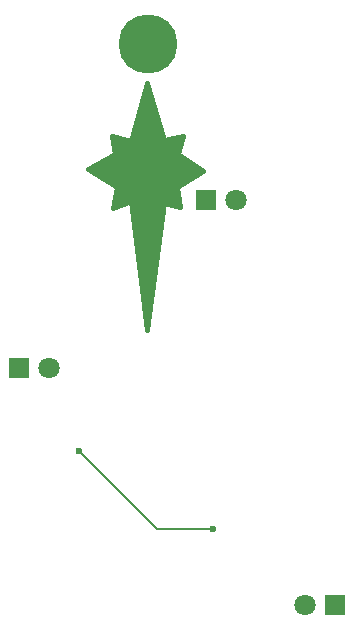
<source format=gbr>
%TF.GenerationSoftware,KiCad,Pcbnew,8.0.4*%
%TF.CreationDate,2024-12-02T20:50:40-07:00*%
%TF.ProjectId,tree,74726565-2e6b-4696-9361-645f70636258,rev?*%
%TF.SameCoordinates,Original*%
%TF.FileFunction,Copper,L1,Top*%
%TF.FilePolarity,Positive*%
%FSLAX46Y46*%
G04 Gerber Fmt 4.6, Leading zero omitted, Abs format (unit mm)*
G04 Created by KiCad (PCBNEW 8.0.4) date 2024-12-02 20:50:40*
%MOMM*%
%LPD*%
G01*
G04 APERTURE LIST*
%TA.AperFunction,Conductor*%
%ADD10C,0.390000*%
%TD*%
%TA.AperFunction,ComponentPad*%
%ADD11C,5.000000*%
%TD*%
%TA.AperFunction,ComponentPad*%
%ADD12R,1.800000X1.800000*%
%TD*%
%TA.AperFunction,ComponentPad*%
%ADD13C,1.800000*%
%TD*%
%TA.AperFunction,ViaPad*%
%ADD14C,0.600000*%
%TD*%
%TA.AperFunction,Conductor*%
%ADD15C,0.200000*%
%TD*%
G04 APERTURE END LIST*
D10*
%TO.N,GND*%
X147412556Y-68094730D02*
X149012556Y-67794730D01*
X148624263Y-69279155D01*
X150712556Y-70694730D01*
X148490628Y-72057746D01*
X148812556Y-73794730D01*
X147390696Y-73397506D01*
X146027679Y-84157005D01*
X144651328Y-73291311D01*
X143112556Y-73894730D01*
X143427682Y-72040380D01*
X141012556Y-70594730D01*
X143294047Y-69296518D01*
X143012556Y-67794730D01*
X144629470Y-68200924D01*
X146012556Y-63294730D01*
X147412556Y-68094730D01*
%TA.AperFunction,Conductor*%
G36*
X147412556Y-68094730D02*
G01*
X149012556Y-67794730D01*
X148624263Y-69279155D01*
X150712556Y-70694730D01*
X148490628Y-72057746D01*
X148812556Y-73794730D01*
X147390696Y-73397506D01*
X146027679Y-84157005D01*
X144651328Y-73291311D01*
X143112556Y-73894730D01*
X143427682Y-72040380D01*
X141012556Y-70594730D01*
X143294047Y-69296518D01*
X143012556Y-67794730D01*
X144629470Y-68200924D01*
X146012556Y-63294730D01*
X147412556Y-68094730D01*
G37*
%TD.AperFunction*%
%TD*%
D11*
%TO.P,,-,GND*%
%TO.N,GND*%
X146100000Y-60000000D03*
%TD*%
D12*
%TO.P,D3,1,K*%
%TO.N,Net-(D3-K)*%
X151000000Y-73200000D03*
D13*
%TO.P,D3,2,A*%
%TO.N,Net-(BT1-+)*%
X153540000Y-73200000D03*
%TD*%
D12*
%TO.P,D2,1,K*%
%TO.N,Net-(D2-K)*%
X135160000Y-87400000D03*
D13*
%TO.P,D2,2,A*%
%TO.N,Net-(BT1-+)*%
X137700000Y-87400000D03*
%TD*%
D12*
%TO.P,D1,1,K*%
%TO.N,Net-(D1-K)*%
X161940000Y-107500000D03*
D13*
%TO.P,D1,2,A*%
%TO.N,Net-(BT1-+)*%
X159400000Y-107500000D03*
%TD*%
D14*
%TO.N,Net-(BT1-+)*%
X140200000Y-94400000D03*
X151600000Y-101000000D03*
%TD*%
D15*
%TO.N,Net-(BT1-+)*%
X146800000Y-101000000D02*
X151600000Y-101000000D01*
X140200000Y-94400000D02*
X146800000Y-101000000D01*
%TD*%
M02*

</source>
